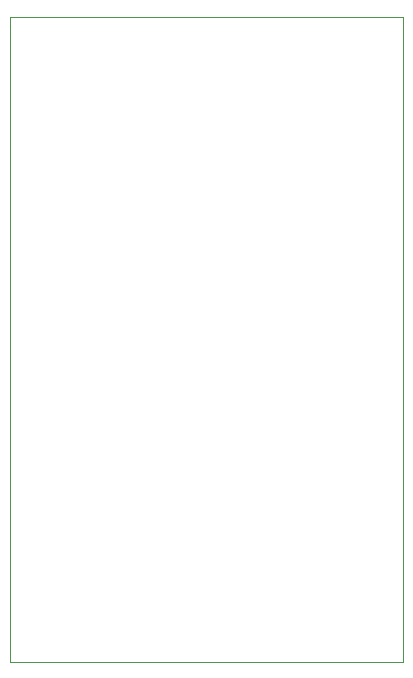
<source format=gm1>
G04 #@! TF.GenerationSoftware,KiCad,Pcbnew,8.0.4*
G04 #@! TF.CreationDate,2024-09-05T13:45:58-03:00*
G04 #@! TF.ProjectId,MSX_Goauld_Rev4,4d53585f-476f-4617-956c-645f52657634,rev?*
G04 #@! TF.SameCoordinates,Original*
G04 #@! TF.FileFunction,Profile,NP*
%FSLAX46Y46*%
G04 Gerber Fmt 4.6, Leading zero omitted, Abs format (unit mm)*
G04 Created by KiCad (PCBNEW 8.0.4) date 2024-09-05 13:45:58*
%MOMM*%
%LPD*%
G01*
G04 APERTURE LIST*
G04 #@! TA.AperFunction,Profile*
%ADD10C,0.050000*%
G04 #@! TD*
G04 APERTURE END LIST*
D10*
X148844000Y-73406000D02*
X182118000Y-73406000D01*
X182118000Y-128016000D01*
X148844000Y-128016000D01*
X148844000Y-73406000D01*
M02*

</source>
